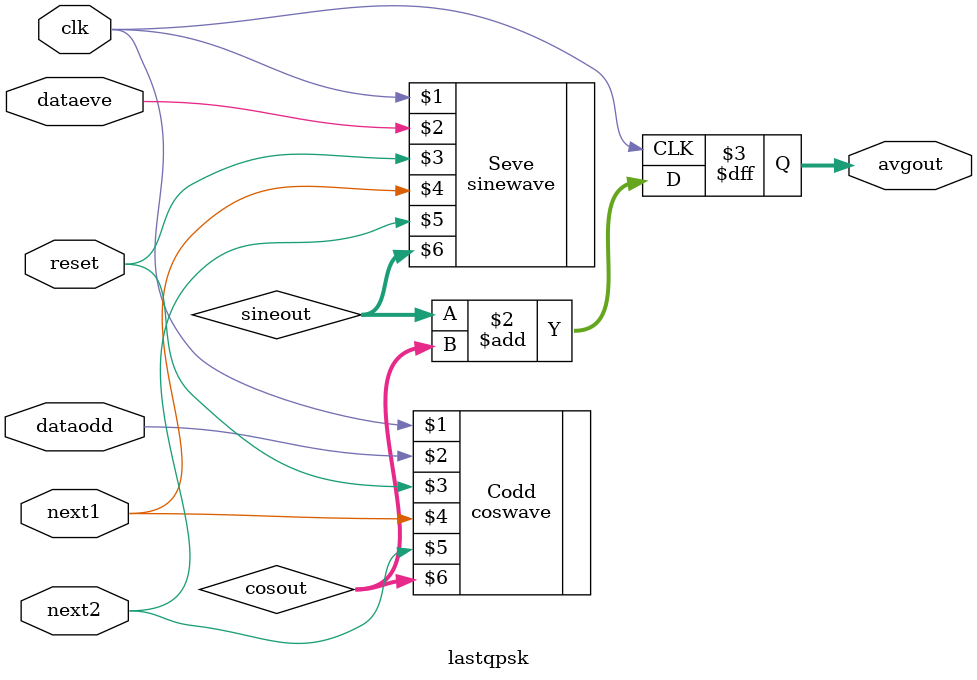
<source format=v>
`timescale 1ns / 1ps


module lastqpsk(
    input clk,dataeve,dataodd,reset,next1,next2,
    output reg [7:0]avgout
    );
    wire [7:0]sineout,cosout;
    sinewave Seve(clk,dataeve,reset,next1,next2,sineout);
    coswave Codd(clk,dataodd,reset,next1,next2,cosout);
    always @(posedge clk)
    begin
        avgout=(sineout+cosout);
    end
endmodule
</source>
